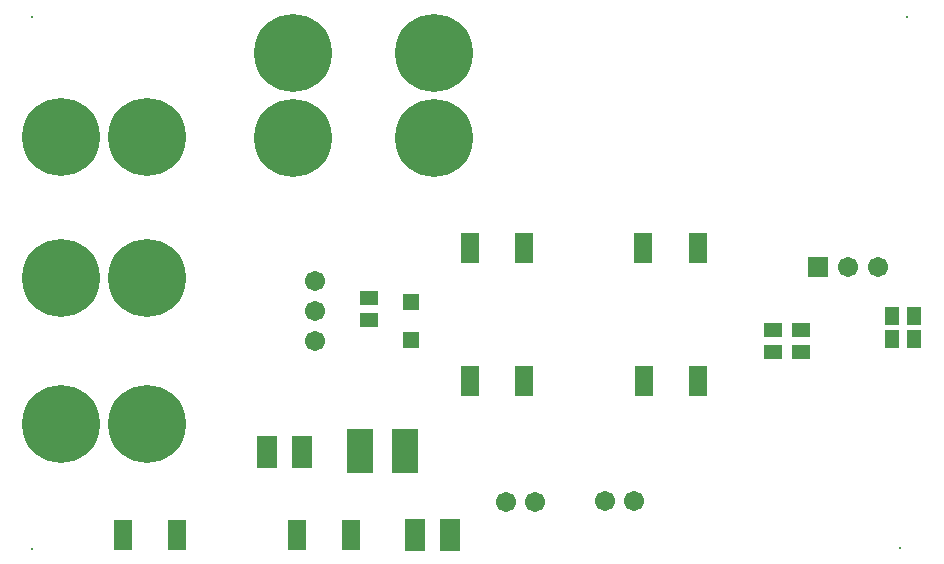
<source format=gts>
G04*
G04 #@! TF.GenerationSoftware,Altium Limited,Altium Designer,20.0.12 (288)*
G04*
G04 Layer_Color=8388736*
%FSLAX25Y25*%
%MOIN*%
G70*
G01*
G75*
%ADD20R,0.08674X0.14580*%
%ADD21R,0.05603X0.05524*%
%ADD22R,0.06312X0.04934*%
%ADD23R,0.04934X0.06312*%
%ADD24R,0.06706X0.10642*%
%ADD25R,0.06706X0.06706*%
%ADD26C,0.06706*%
%ADD27C,0.25997*%
%ADD28R,0.06312X0.10249*%
%ADD29C,0.00800*%
D20*
X125197Y48425D02*
D03*
X140157D02*
D03*
D21*
X142126Y85433D02*
D03*
Y98032D02*
D03*
D22*
X272146Y88583D02*
D03*
Y81299D02*
D03*
X262697Y88583D02*
D03*
Y81299D02*
D03*
X127953Y99311D02*
D03*
Y92028D02*
D03*
D23*
X302559Y85827D02*
D03*
X309842D02*
D03*
X302559Y93307D02*
D03*
X309842D02*
D03*
D24*
X143307Y20472D02*
D03*
X155118D02*
D03*
X105905Y48031D02*
D03*
X94095D02*
D03*
D25*
X277697Y109744D02*
D03*
D26*
X287697D02*
D03*
X297697D02*
D03*
X110236Y84882D02*
D03*
Y94882D02*
D03*
Y104882D02*
D03*
X206693Y31594D02*
D03*
X216535D02*
D03*
X173622Y31398D02*
D03*
X183465D02*
D03*
D27*
X149606Y152756D02*
D03*
Y181102D02*
D03*
X102756Y152756D02*
D03*
Y181102D02*
D03*
X53937Y105905D02*
D03*
X25591D02*
D03*
X53937Y57480D02*
D03*
X25591D02*
D03*
X53937Y153150D02*
D03*
X25591D02*
D03*
D28*
X219685Y71752D02*
D03*
X237795Y71732D02*
D03*
X179921Y71752D02*
D03*
X161614Y71732D02*
D03*
X179823Y115847D02*
D03*
X161713Y115866D02*
D03*
X219587Y115847D02*
D03*
X237894Y115866D02*
D03*
X64173Y20472D02*
D03*
X46063Y20492D02*
D03*
X103937Y20472D02*
D03*
X122244Y20492D02*
D03*
D29*
X15748Y192913D02*
D03*
Y15748D02*
D03*
X305118Y16142D02*
D03*
X307480Y192913D02*
D03*
M02*

</source>
